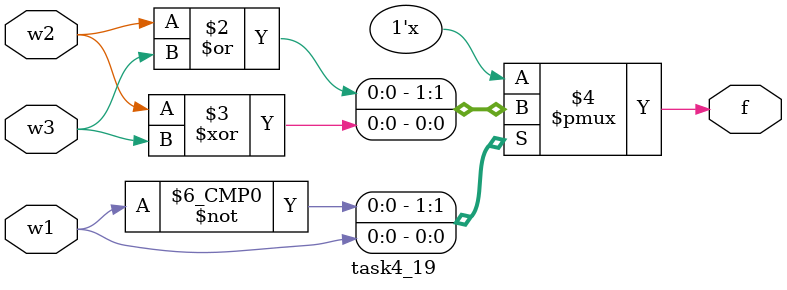
<source format=v>
module task4_19 (w1,w2,w3,f);
  input w1,w2,w3;
  output reg f;

  always @(*) begin
    case(w1) 
      0: f = w2 | w3;
      1: f = w2 ^ w3; 
      default: f = 0;
    endcase
  end
endmodule

</source>
